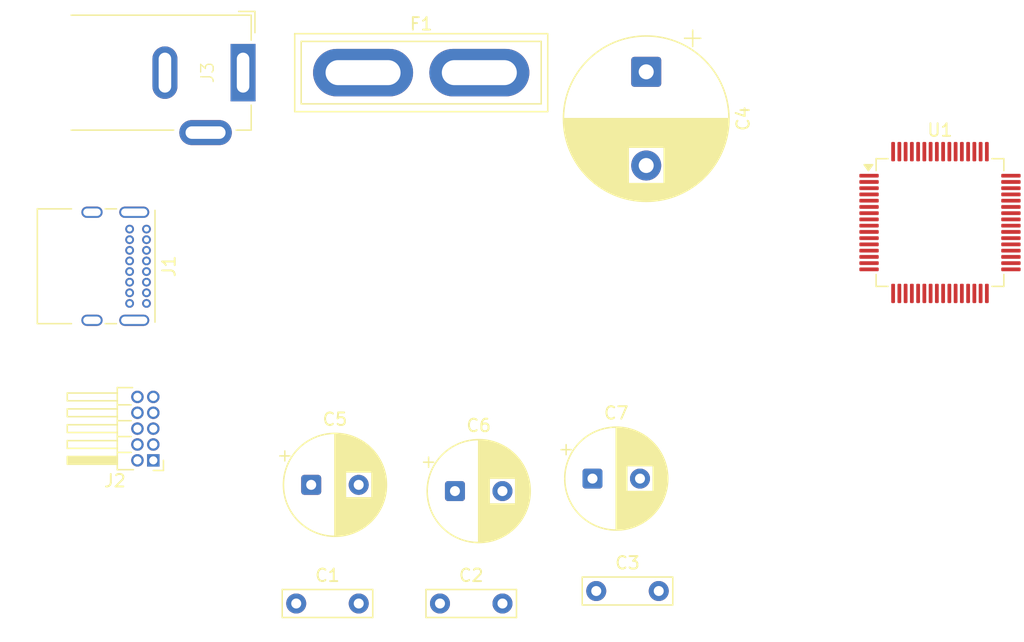
<source format=kicad_pcb>
(kicad_pcb (version 20241229) (generator "pcbnew") (generator_version "9.0")
  (layers (0 "F.Cu" signal) (2 "B.Cu" signal) (13 "F.Paste" user) (15 "B.Paste" user) (5 "F.SilkS" user "F.Silkscreen") (7 "B.SilkS" user "B.Silkscreen") (1 "F.Mask" user) (3 "B.Mask" user) (25 "Edge.Cuts" user))
  (net 0 "")
  (net 1 "GND")
  (net 2 "24V")
  (net 3 "Net-(F1-Pad1)")
  (net 4 "Net-(J1-GND-PadA1)")
  (net 6 "Net-(J1-VBUS-PadA4)")
  (net 18 "Net-(J2-GND-Pad3)")
  (net 25 "Net-(U1-VSS-Pad18)")
  (footprint "Connector_PinHeader_1.27mm:PinHeader_2x05_P1.27mm_Horizontal" (layer "F.Cu") (at 71.07 105.04 180)
    (property "Reference" "J2" (at 3.0675 -1.635 0) (layer "F.SilkS"))
    (property "Value" "Conn_ARM_JTAG_SWD_10")
    (pad "1" thru_hole rect (at 0 0 180) (size 1 1) (drill 0.65) (layers "*.Cu" "*.Mask"))
    (pad "2" thru_hole circle (at 1.27 0 180) (size 1 1) (drill 0.65) (layers "*.Cu" "*.Mask"))
    (pad "3" thru_hole circle (at 0 1.27 180) (size 1 1) (drill 0.65) (layers "*.Cu" "*.Mask") (net 18 "Net-(J2-GND-Pad3)"))
    (pad "4" thru_hole circle (at 1.27 1.27 180) (size 1 1) (drill 0.65) (layers "*.Cu" "*.Mask"))
    (pad "5" thru_hole circle (at 0 2.54 180) (size 1 1) (drill 0.65) (layers "*.Cu" "*.Mask") (net 18 "Net-(J2-GND-Pad3)"))
    (pad "6" thru_hole circle (at 1.27 2.54 180) (size 1 1) (drill 0.65) (layers "*.Cu" "*.Mask"))
    (pad "7" thru_hole circle (at 0 3.81 180) (size 1 1) (drill 0.65) (layers "*.Cu" "*.Mask"))
    (pad "8" thru_hole circle (at 1.27 3.81 180) (size 1 1) (drill 0.65) (layers "*.Cu" "*.Mask"))
    (pad "9" thru_hole circle (at 0 5.08 180) (size 1 1) (drill 0.65) (layers "*.Cu" "*.Mask"))
    (pad "10" thru_hole circle (at 1.27 5.08 180) (size 1 1) (drill 0.65) (layers "*.Cu" "*.Mask"))
  )
  (footprint "Capacitor_THT:C_Rect_L7.0mm_W2.0mm_P5.00mm" (layer "F.Cu") (at 82.502651 116.5)
    (property "Reference" "C1" (at 2.5 -2.25 0) (layer "F.SilkS"))
    (property "Value" "0.1uF")
    (pad "1" thru_hole circle (at 0 0) (size 1.6 1.6) (drill 0.8) (layers "*.Cu" "*.Mask") (net 2 "24V"))
    (pad "2" thru_hole circle (at 5 0) (size 1.6 1.6) (drill 0.8) (layers "*.Cu" "*.Mask") (net 1 "GND"))
  )
  (footprint "Capacitor_THT:CP_Radial_D13.0mm_P7.50mm" (layer "F.Cu") (at 110.5 73.934785 -90)
    (property "Reference" "C4" (at 3.75 -7.75 90) (layer "F.SilkS"))
    (property "Value" "2200uF")
    (pad "1" thru_hole roundrect (at 0 0 270) (size 2.4 2.4) (drill 1.2) (layers "*.Cu" "*.Mask") (roundrect_rratio 0.104167) (net 2 "24V"))
    (pad "2" thru_hole circle (at 7.5 0 270) (size 2.4 2.4) (drill 1.2) (layers "*.Cu" "*.Mask") (net 1 "GND"))
  )
  (footprint "Capacitor_THT:CP_Radial_D8.0mm_P3.80mm" (layer "F.Cu") (at 83.7 107)
    (property "Reference" "C5" (at 1.9 -5.25 0) (layer "F.SilkS"))
    (property "Value" "470uF")
    (pad "1" thru_hole roundrect (at 0 0) (size 1.6 1.6) (drill 0.8) (layers "*.Cu" "*.Mask") (roundrect_rratio 0.15625) (net 2 "24V"))
    (pad "2" thru_hole circle (at 3.8 0) (size 1.6 1.6) (drill 0.8) (layers "*.Cu" "*.Mask") (net 1 "GND"))
  )
  (footprint "Capacitor_THT:C_Rect_L7.0mm_W2.0mm_P5.00mm" (layer "F.Cu") (at 94.002651 116.5)
    (property "Reference" "C2" (at 2.5 -2.25 0) (layer "F.SilkS"))
    (property "Value" "0.1uF")
    (pad "1" thru_hole circle (at 0 0) (size 1.6 1.6) (drill 0.8) (layers "*.Cu" "*.Mask") (net 2 "24V"))
    (pad "2" thru_hole circle (at 5 0) (size 1.6 1.6) (drill 0.8) (layers "*.Cu" "*.Mask") (net 1 "GND"))
  )
  (footprint "Package_QFP:LQFP-64_10x10mm_P0.5mm" (layer "F.Cu") (at 134 86)
    (property "Reference" "U1" (at 0 -7.4 0) (layer "F.SilkS"))
    (property "Value" "STM32F411RCTx")
    (pad "1" smd roundrect (at -5.675 -3.75) (size 1.55 0.3) (layers "F.Cu" "F.Mask" "F.Paste"))
    (pad "2" smd roundrect (at -5.675 -3.25) (size 1.55 0.3) (layers "F.Cu" "F.Mask" "F.Paste"))
    (pad "3" smd roundrect (at -5.675 -2.75) (size 1.55 0.3) (layers "F.Cu" "F.Mask" "F.Paste"))
    (pad "4" smd roundrect (at -5.675 -2.25) (size 1.55 0.3) (layers "F.Cu" "F.Mask" "F.Paste"))
    (pad "5" smd roundrect (at -5.675 -1.75) (size 1.55 0.3) (layers "F.Cu" "F.Mask" "F.Paste"))
    (pad "6" smd roundrect (at -5.675 -1.25) (size 1.55 0.3) (layers "F.Cu" "F.Mask" "F.Paste"))
    (pad "7" smd roundrect (at -5.675 -0.75) (size 1.55 0.3) (layers "F.Cu" "F.Mask" "F.Paste"))
    (pad "8" smd roundrect (at -5.675 -0.25) (size 1.55 0.3) (layers "F.Cu" "F.Mask" "F.Paste"))
    (pad "9" smd roundrect (at -5.675 0.25) (size 1.55 0.3) (layers "F.Cu" "F.Mask" "F.Paste"))
    (pad "10" smd roundrect (at -5.675 0.75) (size 1.55 0.3) (layers "F.Cu" "F.Mask" "F.Paste"))
    (pad "11" smd roundrect (at -5.675 1.25) (size 1.55 0.3) (layers "F.Cu" "F.Mask" "F.Paste"))
    (pad "12" smd roundrect (at -5.675 1.75) (size 1.55 0.3) (layers "F.Cu" "F.Mask" "F.Paste"))
    (pad "13" smd roundrect (at -5.675 2.25) (size 1.55 0.3) (layers "F.Cu" "F.Mask" "F.Paste"))
    (pad "14" smd roundrect (at -5.675 2.75) (size 1.55 0.3) (layers "F.Cu" "F.Mask" "F.Paste"))
    (pad "15" smd roundrect (at -5.675 3.25) (size 1.55 0.3) (layers "F.Cu" "F.Mask" "F.Paste"))
    (pad "16" smd roundrect (at -5.675 3.75) (size 1.55 0.3) (layers "F.Cu" "F.Mask" "F.Paste"))
    (pad "17" smd roundrect (at -3.75 5.675) (size 0.3 1.55) (layers "F.Cu" "F.Mask" "F.Paste"))
    (pad "18" smd roundrect (at -3.25 5.675) (size 0.3 1.55) (layers "F.Cu" "F.Mask" "F.Paste") (net 25 "Net-(U1-VSS-Pad18)"))
    (pad "19" smd roundrect (at -2.75 5.675) (size 0.3 1.55) (layers "F.Cu" "F.Mask" "F.Paste"))
    (pad "20" smd roundrect (at -2.25 5.675) (size 0.3 1.55) (layers "F.Cu" "F.Mask" "F.Paste"))
    (pad "21" smd roundrect (at -1.75 5.675) (size 0.3 1.55) (layers "F.Cu" "F.Mask" "F.Paste"))
    (pad "22" smd roundrect (at -1.25 5.675) (size 0.3 1.55) (layers "F.Cu" "F.Mask" "F.Paste"))
    (pad "23" smd roundrect (at -0.75 5.675) (size 0.3 1.55) (layers "F.Cu" "F.Mask" "F.Paste"))
    (pad "24" smd roundrect (at -0.25 5.675) (size 0.3 1.55) (layers "F.Cu" "F.Mask" "F.Paste"))
    (pad "25" smd roundrect (at 0.25 5.675) (size 0.3 1.55) (layers "F.Cu" "F.Mask" "F.Paste"))
    (pad "26" smd roundrect (at 0.75 5.675) (size 0.3 1.55) (layers "F.Cu" "F.Mask" "F.Paste"))
    (pad "27" smd roundrect (at 1.25 5.675) (size 0.3 1.55) (layers "F.Cu" "F.Mask" "F.Paste"))
    (pad "28" smd roundrect (at 1.75 5.675) (size 0.3 1.55) (layers "F.Cu" "F.Mask" "F.Paste"))
    (pad "29" smd roundrect (at 2.25 5.675) (size 0.3 1.55) (layers "F.Cu" "F.Mask" "F.Paste"))
    (pad "30" smd roundrect (at 2.75 5.675) (size 0.3 1.55) (layers "F.Cu" "F.Mask" "F.Paste"))
    (pad "31" smd roundrect (at 3.25 5.675) (size 0.3 1.55) (layers "F.Cu" "F.Mask" "F.Paste") (net 25 "Net-(U1-VSS-Pad18)"))
    (pad "32" smd roundrect (at 3.75 5.675) (size 0.3 1.55) (layers "F.Cu" "F.Mask" "F.Paste"))
    (pad "33" smd roundrect (at 5.675 3.75) (size 1.55 0.3) (layers "F.Cu" "F.Mask" "F.Paste"))
    (pad "34" smd roundrect (at 5.675 3.25) (size 1.55 0.3) (layers "F.Cu" "F.Mask" "F.Paste"))
    (pad "35" smd roundrect (at 5.675 2.75) (size 1.55 0.3) (layers "F.Cu" "F.Mask" "F.Paste"))
    (pad "36" smd roundrect (at 5.675 2.25) (size 1.55 0.3) (layers "F.Cu" "F.Mask" "F.Paste"))
    (pad "37" smd roundrect (at 5.675 1.75) (size 1.55 0.3) (layers "F.Cu" "F.Mask" "F.Paste"))
    (pad "38" smd roundrect (at 5.675 1.25) (size 1.55 0.3) (layers "F.Cu" "F.Mask" "F.Paste"))
    (pad "39" smd roundrect (at 5.675 0.75) (size 1.55 0.3) (layers "F.Cu" "F.Mask" "F.Paste"))
    (pad "40" smd roundrect (at 5.675 0.25) (size 1.55 0.3) (layers "F.Cu" "F.Mask" "F.Paste"))
    (pad "41" smd roundrect (at 5.675 -0.25) (size 1.55 0.3) (layers "F.Cu" "F.Mask" "F.Paste"))
    (pad "42" smd roundrect (at 5.675 -0.75) (size 1.55 0.3) (layers "F.Cu" "F.Mask" "F.Paste"))
    (pad "43" smd roundrect (at 5.675 -1.25) (size 1.55 0.3) (layers "F.Cu" "F.Mask" "F.Paste"))
    (pad "44" smd roundrect (at 5.675 -1.75) (size 1.55 0.3) (layers "F.Cu" "F.Mask" "F.Paste"))
    (pad "45" smd roundrect (at 5.675 -2.25) (size 1.55 0.3) (layers "F.Cu" "F.Mask" "F.Paste"))
    (pad "46" smd roundrect (at 5.675 -2.75) (size 1.55 0.3) (layers "F.Cu" "F.Mask" "F.Paste"))
    (pad "47" smd roundrect (at 5.675 -3.25) (size 1.55 0.3) (layers "F.Cu" "F.Mask" "F.Paste") (net 25 "Net-(U1-VSS-Pad18)"))
    (pad "48" smd roundrect (at 5.675 -3.75) (size 1.55 0.3) (layers "F.Cu" "F.Mask" "F.Paste"))
    (pad "49" smd roundrect (at 3.75 -5.675) (size 0.3 1.55) (layers "F.Cu" "F.Mask" "F.Paste"))
    (pad "50" smd roundrect (at 3.25 -5.675) (size 0.3 1.55) (layers "F.Cu" "F.Mask" "F.Paste"))
    (pad "51" smd roundrect (at 2.75 -5.675) (size 0.3 1.55) (layers "F.Cu" "F.Mask" "F.Paste"))
    (pad "52" smd roundrect (at 2.25 -5.675) (size 0.3 1.55) (layers "F.Cu" "F.Mask" "F.Paste"))
    (pad "53" smd roundrect (at 1.75 -5.675) (size 0.3 1.55) (layers "F.Cu" "F.Mask" "F.Paste"))
    (pad "54" smd roundrect (at 1.25 -5.675) (size 0.3 1.55) (layers "F.Cu" "F.Mask" "F.Paste"))
    (pad "55" smd roundrect (at 0.75 -5.675) (size 0.3 1.55) (layers "F.Cu" "F.Mask" "F.Paste"))
    (pad "56" smd roundrect (at 0.25 -5.675) (size 0.3 1.55) (layers "F.Cu" "F.Mask" "F.Paste"))
    (pad "57" smd roundrect (at -0.25 -5.675) (size 0.3 1.55) (layers "F.Cu" "F.Mask" "F.Paste"))
    (pad "58" smd roundrect (at -0.75 -5.675) (size 0.3 1.55) (layers "F.Cu" "F.Mask" "F.Paste"))
    (pad "59" smd roundrect (at -1.25 -5.675) (size 0.3 1.55) (layers "F.Cu" "F.Mask" "F.Paste"))
    (pad "60" smd roundrect (at -1.75 -5.675) (size 0.3 1.55) (layers "F.Cu" "F.Mask" "F.Paste"))
    (pad "61" smd roundrect (at -2.25 -5.675) (size 0.3 1.55) (layers "F.Cu" "F.Mask" "F.Paste"))
    (pad "62" smd roundrect (at -2.75 -5.675) (size 0.3 1.55) (layers "F.Cu" "F.Mask" "F.Paste"))
    (pad "63" smd roundrect (at -3.25 -5.675) (size 0.3 1.55) (layers "F.Cu" "F.Mask" "F.Paste") (net 25 "Net-(U1-VSS-Pad18)"))
    (pad "64" smd roundrect (at -3.75 -5.675) (size 0.3 1.55) (layers "F.Cu" "F.Mask" "F.Paste"))
  )
  (footprint "Capacitor_THT:CP_Radial_D8.0mm_P3.80mm" (layer "F.Cu") (at 95.2 107.5)
    (property "Reference" "C6" (at 1.9 -5.25 0) (layer "F.SilkS"))
    (property "Value" "470uF")
    (pad "1" thru_hole roundrect (at 0 0) (size 1.6 1.6) (drill 0.8) (layers "*.Cu" "*.Mask") (roundrect_rratio 0.15625) (net 2 "24V"))
    (pad "2" thru_hole circle (at 3.8 0) (size 1.6 1.6) (drill 0.8) (layers "*.Cu" "*.Mask") (net 1 "GND"))
  )
  (footprint "Capacitor_THT:C_Rect_L7.0mm_W2.0mm_P5.00mm" (layer "F.Cu") (at 106.502651 115.5)
    (property "Reference" "C3" (at 2.5 -2.25 0) (layer "F.SilkS"))
    (property "Value" "0.1uF")
    (pad "1" thru_hole circle (at 0 0) (size 1.6 1.6) (drill 0.8) (layers "*.Cu" "*.Mask") (net 2 "24V"))
    (pad "2" thru_hole circle (at 5 0) (size 1.6 1.6) (drill 0.8) (layers "*.Cu" "*.Mask") (net 1 "GND"))
  )
  (footprint "Capacitor_THT:CP_Radial_D8.0mm_P3.80mm" (layer "F.Cu") (at 106.202651 106.5)
    (property "Reference" "C7" (at 1.9 -5.25 0) (layer "F.SilkS"))
    (property "Value" "470uF")
    (pad "1" thru_hole roundrect (at 0 0) (size 1.6 1.6) (drill 0.8) (layers "*.Cu" "*.Mask") (roundrect_rratio 0.15625) (net 2 "24V"))
    (pad "2" thru_hole circle (at 3.8 0) (size 1.6 1.6) (drill 0.8) (layers "*.Cu" "*.Mask") (net 1 "GND"))
  )
  (footprint "Fuse:Fuse_Blade_ATO_directSolder" (layer "F.Cu") (at 87.85 74)
    (property "Reference" "F1" (at 4.65 -3.9 0) (layer "F.SilkS"))
    (property "Value" "Fuse")
    (pad "1" thru_hole oval (at 0 0) (size 8 3.8) (drill oval 6 2) (layers "*.Cu" "*.Mask") (net 3 "Net-(F1-Pad1)"))
    (pad "2" thru_hole oval (at 9.3 0) (size 8 3.8) (drill oval 6 2) (layers "*.Cu" "*.Mask") (net 2 "24V"))
  )
  (footprint "Custom_BarrelJack:BarrelJack_Tensility_54-00166" (layer "F.Cu") (at 64.5 74 90)
    (property "Reference" "J3" (at 0 10.9 90) (layer "F.SilkS") (effects (font (thickness 0.1))))
    (property "Value" "24V_Input_Jack")
    (pad "1" thru_hole rect (at 0 13.75 270) (size 4.6 2) (drill oval 3.2 1) (layers "*.Cu" "*.Mask") (net 3 "Net-(F1-Pad1)"))
    (pad "2" thru_hole oval (at 0 7.5 270) (size 4.2 2) (drill oval 3.2 1) (layers "*.Cu" "*.Mask") (net 1 "GND"))
    (pad "3" thru_hole oval (at -4.8 10.75 270) (size 2 4.2) (drill oval 1 3.2) (layers "*.Cu" "*.Mask"))
  )
  (footprint "Connector_USB:USB_C_Receptacle_GCT_USB4085" (layer "F.Cu") (at 70.525 86.525 -90)
    (property "Reference" "J1" (at 2.975 -1.8 90) (layer "F.SilkS"))
    (property "Value" "USB_C_Receptacle_USB2.0_16P")
    (pad "A1" thru_hole circle (at 0 0 270) (size 0.7 0.7) (drill 0.4) (layers "*.Cu" "*.Mask") (net 4 "Net-(J1-GND-PadA1)"))
    (pad "A4" thru_hole circle (at 0.85 0 270) (size 0.7 0.7) (drill 0.4) (layers "*.Cu" "*.Mask") (net 6 "Net-(J1-VBUS-PadA4)"))
    (pad "A5" thru_hole circle (at 1.7 0 270) (size 0.7 0.7) (drill 0.4) (layers "*.Cu" "*.Mask"))
    (pad "A6" thru_hole circle (at 2.55 0 270) (size 0.7 0.7) (drill 0.4) (layers "*.Cu" "*.Mask"))
    (pad "A7" thru_hole circle (at 3.4 0 270) (size 0.7 0.7) (drill 0.4) (layers "*.Cu" "*.Mask"))
    (pad "A8" thru_hole circle (at 4.25 0 270) (size 0.7 0.7) (drill 0.4) (layers "*.Cu" "*.Mask"))
    (pad "A9" thru_hole circle (at 5.1 0 270) (size 0.7 0.7) (drill 0.4) (layers "*.Cu" "*.Mask") (net 6 "Net-(J1-VBUS-PadA4)"))
    (pad "A12" thru_hole circle (at 5.95 0 270) (size 0.7 0.7) (drill 0.4) (layers "*.Cu" "*.Mask") (net 4 "Net-(J1-GND-PadA1)"))
    (pad "B1" thru_hole circle (at 5.95 1.35 270) (size 0.7 0.7) (drill 0.4) (layers "*.Cu" "*.Mask") (net 4 "Net-(J1-GND-PadA1)"))
    (pad "B4" thru_hole circle (at 5.1 1.35 270) (size 0.7 0.7) (drill 0.4) (layers "*.Cu" "*.Mask") (net 6 "Net-(J1-VBUS-PadA4)"))
    (pad "B5" thru_hole circle (at 4.25 1.35 270) (size 0.7 0.7) (drill 0.4) (layers "*.Cu" "*.Mask"))
    (pad "B6" thru_hole circle (at 3.4 1.35 270) (size 0.7 0.7) (drill 0.4) (layers "*.Cu" "*.Mask"))
    (pad "B7" thru_hole circle (at 2.55 1.35 270) (size 0.7 0.7) (drill 0.4) (layers "*.Cu" "*.Mask"))
    (pad "B8" thru_hole circle (at 1.7 1.35 270) (size 0.7 0.7) (drill 0.4) (layers "*.Cu" "*.Mask"))
    (pad "B9" thru_hole circle (at 0.85 1.35 270) (size 0.7 0.7) (drill 0.4) (layers "*.Cu" "*.Mask") (net 6 "Net-(J1-VBUS-PadA4)"))
    (pad "B12" thru_hole circle (at 0 1.35 270) (size 0.7 0.7) (drill 0.4) (layers "*.Cu" "*.Mask") (net 4 "Net-(J1-GND-PadA1)"))
    (pad "S1" thru_hole oval (at -1.35 0.98 270) (size 0.9 2.4) (drill oval 0.6 2.1) (layers "*.Cu" "*.Mask"))
    (pad "S1" thru_hole oval (at -1.35 4.36 270) (size 0.9 1.7) (drill oval 0.6 1.4) (layers "*.Cu" "*.Mask"))
    (pad "S1" thru_hole oval (at 7.3 0.98 270) (size 0.9 2.4) (drill oval 0.6 2.1) (layers "*.Cu" "*.Mask"))
    (pad "S1" thru_hole oval (at 7.3 4.36 270) (size 0.9 1.7) (drill oval 0.6 1.4) (layers "*.Cu" "*.Mask"))
  )
)
</source>
